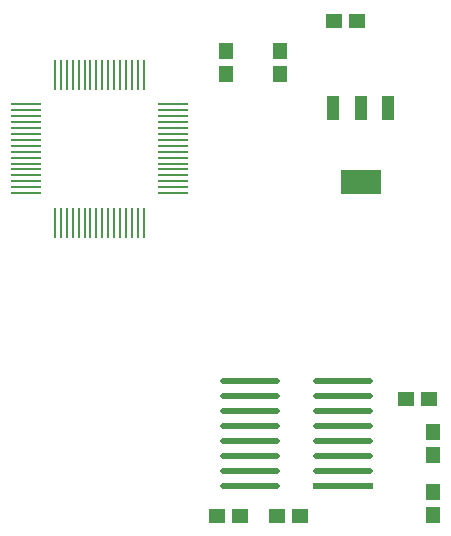
<source format=gtp>
%FSLAX25Y25*%
%MOIN*%
G70*
G01*
G75*
G04 Layer_Color=8421504*
%ADD10C,0.01000*%
%ADD11C,0.03000*%
%ADD12C,0.02000*%
%ADD13C,0.00800*%
%ADD14R,0.00984X0.09843*%
%ADD15R,0.09843X0.00984*%
%ADD16R,0.05315X0.05118*%
%ADD17R,0.05118X0.05315*%
%ADD18R,0.20000X0.02000*%
%ADD19O,0.20000X0.02000*%
%ADD20R,0.13780X0.08465*%
%ADD21R,0.04331X0.08465*%
%ADD22R,0.04331X0.08465*%
%ADD23C,0.11811*%
%ADD24C,0.05906*%
%ADD25R,0.05906X0.05906*%
%ADD26C,0.06200*%
%ADD27C,0.08000*%
%ADD28O,0.07874X0.03937*%
%ADD29O,0.07874X0.03937*%
%ADD30C,0.03937*%
%ADD31C,0.03000*%
%ADD32C,0.06500*%
%ADD33C,0.15000*%
%ADD34C,0.05500*%
%ADD35C,0.05906*%
%ADD36R,0.05906X0.05906*%
%ADD37R,0.05906X0.05906*%
%ADD38C,0.06654*%
%ADD39R,0.06654X0.06654*%
%ADD40C,0.18740*%
%ADD41C,0.00787*%
%ADD42C,0.00984*%
%ADD43C,0.00500*%
%ADD44C,0.00600*%
%ADD45C,0.01200*%
%ADD46C,0.00591*%
%ADD47R,0.04520X0.01680*%
%ADD48R,0.01680X0.04520*%
D14*
X312657Y266657D02*
D03*
X310689D02*
D03*
X308720D02*
D03*
X306752D02*
D03*
X304784D02*
D03*
X302815D02*
D03*
X300847D02*
D03*
X298878D02*
D03*
X296909D02*
D03*
X294941D02*
D03*
X292972D02*
D03*
X291004D02*
D03*
X289036D02*
D03*
X287067D02*
D03*
X285099D02*
D03*
X283130D02*
D03*
Y315870D02*
D03*
X285099D02*
D03*
X287067D02*
D03*
X289036D02*
D03*
X291004D02*
D03*
X292972D02*
D03*
X294941D02*
D03*
X296909D02*
D03*
X298878D02*
D03*
X300847D02*
D03*
X302815D02*
D03*
X304784D02*
D03*
X306752D02*
D03*
X308720D02*
D03*
X310689D02*
D03*
X312657D02*
D03*
D15*
X273288Y276500D02*
D03*
Y278468D02*
D03*
Y280437D02*
D03*
Y282405D02*
D03*
Y284374D02*
D03*
Y286343D02*
D03*
Y288311D02*
D03*
Y290280D02*
D03*
Y292248D02*
D03*
Y294216D02*
D03*
Y296185D02*
D03*
Y298153D02*
D03*
Y300122D02*
D03*
Y302091D02*
D03*
Y304059D02*
D03*
Y306028D02*
D03*
X322500D02*
D03*
Y304059D02*
D03*
Y302091D02*
D03*
Y300122D02*
D03*
Y298153D02*
D03*
Y296185D02*
D03*
Y294216D02*
D03*
Y292248D02*
D03*
Y290280D02*
D03*
Y288311D02*
D03*
Y286343D02*
D03*
Y284374D02*
D03*
Y282405D02*
D03*
Y280437D02*
D03*
Y278468D02*
D03*
Y276500D02*
D03*
D16*
X407839Y208000D02*
D03*
X400161D02*
D03*
X357161Y169000D02*
D03*
X364839D02*
D03*
X337161D02*
D03*
X344839D02*
D03*
X383839Y334000D02*
D03*
X376161D02*
D03*
D17*
X409000Y189161D02*
D03*
Y196839D02*
D03*
Y169161D02*
D03*
Y176839D02*
D03*
X358000Y316161D02*
D03*
Y323839D02*
D03*
X340000D02*
D03*
Y316161D02*
D03*
D18*
X379000Y179000D02*
D03*
D19*
Y184000D02*
D03*
Y189000D02*
D03*
Y194000D02*
D03*
Y199000D02*
D03*
Y204000D02*
D03*
Y209000D02*
D03*
Y214000D02*
D03*
X348000Y179000D02*
D03*
Y184000D02*
D03*
Y189000D02*
D03*
Y194000D02*
D03*
Y199000D02*
D03*
Y204000D02*
D03*
Y209000D02*
D03*
Y214000D02*
D03*
D20*
X385000Y280295D02*
D03*
D21*
X375945Y304705D02*
D03*
X394055D02*
D03*
D22*
X385000D02*
D03*
M02*

</source>
